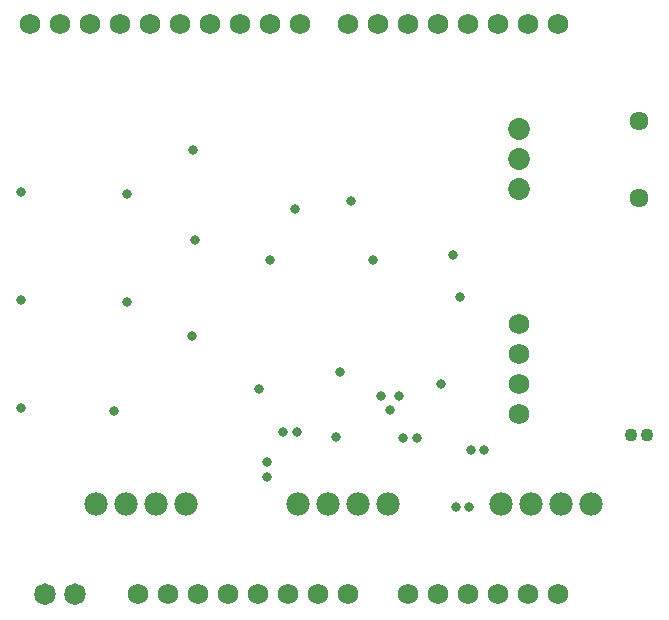
<source format=gbs>
G04*
G04 #@! TF.GenerationSoftware,Altium Limited,Altium Designer,21.6.4 (81)*
G04*
G04 Layer_Color=16711935*
%FSLAX25Y25*%
%MOIN*%
G70*
G04*
G04 #@! TF.SameCoordinates,79665CF2-DF80-4226-BAFE-3DB74E170362*
G04*
G04*
G04 #@! TF.FilePolarity,Negative*
G04*
G01*
G75*
%ADD24C,0.00000*%
%ADD32C,0.06800*%
%ADD33C,0.06343*%
%ADD34C,0.04343*%
%ADD35C,0.07800*%
%ADD36C,0.07296*%
%ADD37C,0.07178*%
%ADD38C,0.03300*%
D24*
X23390Y10000D02*
G03*
X23390Y10000I-3390J0D01*
G01*
X33390D02*
G03*
X33390Y10000I-3390J0D01*
G01*
D32*
X191000Y200000D02*
D03*
X181000D02*
D03*
X171000D02*
D03*
X161000D02*
D03*
X151000D02*
D03*
X141000D02*
D03*
X131000D02*
D03*
X121000D02*
D03*
X191000Y10000D02*
D03*
X181000D02*
D03*
X171000D02*
D03*
X161000D02*
D03*
X141000D02*
D03*
X151000D02*
D03*
X15000Y200000D02*
D03*
X25000D02*
D03*
X35000D02*
D03*
X45000D02*
D03*
X55000D02*
D03*
X65000D02*
D03*
X75000D02*
D03*
X85000D02*
D03*
X95000D02*
D03*
X105000D02*
D03*
X51000Y10000D02*
D03*
X61000D02*
D03*
X71000D02*
D03*
X81000D02*
D03*
X91000D02*
D03*
X101000D02*
D03*
X111000D02*
D03*
X121000D02*
D03*
X178000Y70000D02*
D03*
Y80000D02*
D03*
Y90000D02*
D03*
Y100000D02*
D03*
D33*
X218000Y142205D02*
D03*
Y167795D02*
D03*
D34*
X220756Y63228D02*
D03*
X215244D02*
D03*
D35*
X192000Y40000D02*
D03*
X202000D02*
D03*
X172000D02*
D03*
X182000D02*
D03*
X114500D02*
D03*
X104500D02*
D03*
X134500D02*
D03*
X124500D02*
D03*
X47000D02*
D03*
X37000D02*
D03*
X67000D02*
D03*
X57000D02*
D03*
D36*
X178000Y165000D02*
D03*
Y155000D02*
D03*
Y145000D02*
D03*
D37*
X20000Y10000D02*
D03*
X30000D02*
D03*
D38*
X138000Y76000D02*
D03*
X122000Y141000D02*
D03*
X157000Y39000D02*
D03*
X161500D02*
D03*
X43000Y71000D02*
D03*
X70000Y128000D02*
D03*
X117000Y62500D02*
D03*
X104000Y64000D02*
D03*
X99500D02*
D03*
X139500Y62000D02*
D03*
X144000D02*
D03*
X118500Y84000D02*
D03*
X135000Y71500D02*
D03*
X129500Y121500D02*
D03*
X69000Y96000D02*
D03*
X152000Y80000D02*
D03*
X158500Y109000D02*
D03*
X156000Y123000D02*
D03*
X47500Y107500D02*
D03*
X94000Y49000D02*
D03*
X166500Y58000D02*
D03*
X91500Y78500D02*
D03*
X95000Y121500D02*
D03*
X103500Y138500D02*
D03*
X69500Y158000D02*
D03*
X47500Y143500D02*
D03*
X12000Y144000D02*
D03*
Y108000D02*
D03*
Y72000D02*
D03*
X132000Y76000D02*
D03*
X162000Y58000D02*
D03*
X94000Y54000D02*
D03*
M02*

</source>
